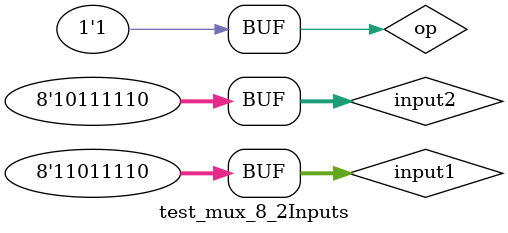
<source format=v>
`timescale 1ns / 1ps

module test_mux_8_2Inputs;
  reg [7:0] input1;
  reg [7:0] input2;
  reg op;
  wire [7:0] out;

  mux_8_2Inputs u1 (
      .input1(input1),
      .input2(input2),
      .op(op),
      .out(out)
  );

  initial begin
    input1 = 8'hA5;
    input2 = 8'h5A;
    op = 0;
    #10;
    op = 1;
    #10;
    input1 = 8'hFF;
    input2 = 8'h00;
    op = 0;
    #10;
    op = 1;
    #10;
    input1 = 8'h12;
    input2 = 8'h34;
    op = 0;
    #10;
    op = 1;
    #10;
    input1 = 8'hDE;
    input2 = 8'hBE;
    op = 0;
    #10;
    op = 1;
    #10;
  end
endmodule

</source>
